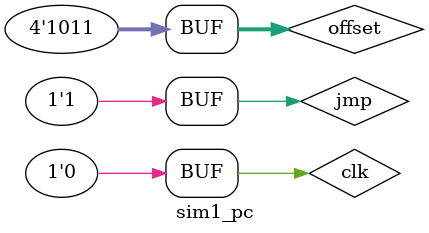
<source format=v>
`timescale 1ns / 1ps


module sim1_pc(
    );
reg clk,jmp;
wire [3:0]pc;
reg [3:0]offset;
pc testing(offset,clk,jmp,pc);

initial
begin
clk = 1;
jmp = 0;
offset = 5;
#5 clk = 0;
jmp = 0;
offset = 9;
#5 clk = 1;
jmp = 0;
offset = 9;
#5 clk = 0;
#5 clk = 1;
jmp = 1;
offset = 11;
#5 clk = 0;

end
endmodule

</source>
